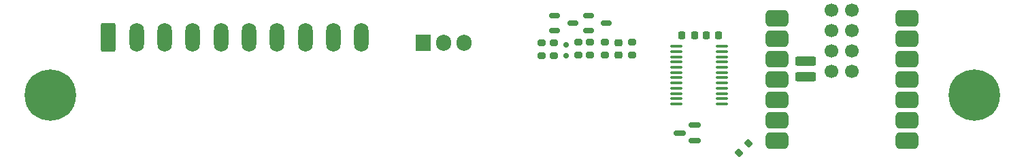
<source format=gbr>
%TF.GenerationSoftware,KiCad,Pcbnew,8.0.1*%
%TF.CreationDate,2025-01-20T12:05:53-05:00*%
%TF.ProjectId,200280,32303032-3830-42e6-9b69-6361645f7063,rev?*%
%TF.SameCoordinates,PX3473bc0PY5f5e100*%
%TF.FileFunction,Soldermask,Top*%
%TF.FilePolarity,Negative*%
%FSLAX46Y46*%
G04 Gerber Fmt 4.6, Leading zero omitted, Abs format (unit mm)*
G04 Created by KiCad (PCBNEW 8.0.1) date 2025-01-20 12:05:53*
%MOMM*%
%LPD*%
G01*
G04 APERTURE LIST*
G04 Aperture macros list*
%AMRoundRect*
0 Rectangle with rounded corners*
0 $1 Rounding radius*
0 $2 $3 $4 $5 $6 $7 $8 $9 X,Y pos of 4 corners*
0 Add a 4 corners polygon primitive as box body*
4,1,4,$2,$3,$4,$5,$6,$7,$8,$9,$2,$3,0*
0 Add four circle primitives for the rounded corners*
1,1,$1+$1,$2,$3*
1,1,$1+$1,$4,$5*
1,1,$1+$1,$6,$7*
1,1,$1+$1,$8,$9*
0 Add four rect primitives between the rounded corners*
20,1,$1+$1,$2,$3,$4,$5,0*
20,1,$1+$1,$4,$5,$6,$7,0*
20,1,$1+$1,$6,$7,$8,$9,0*
20,1,$1+$1,$8,$9,$2,$3,0*%
G04 Aperture macros list end*
%ADD10RoundRect,0.200000X-0.053033X0.335876X-0.335876X0.053033X0.053033X-0.335876X0.335876X-0.053033X0*%
%ADD11RoundRect,0.225000X-0.250000X0.225000X-0.250000X-0.225000X0.250000X-0.225000X0.250000X0.225000X0*%
%ADD12RoundRect,0.250000X-0.650000X-1.550000X0.650000X-1.550000X0.650000X1.550000X-0.650000X1.550000X0*%
%ADD13O,1.800000X3.600000*%
%ADD14RoundRect,0.200000X-0.275000X0.200000X-0.275000X-0.200000X0.275000X-0.200000X0.275000X0.200000X0*%
%ADD15RoundRect,0.200000X0.275000X-0.200000X0.275000X0.200000X-0.275000X0.200000X-0.275000X-0.200000X0*%
%ADD16RoundRect,0.150000X-0.512500X-0.150000X0.512500X-0.150000X0.512500X0.150000X-0.512500X0.150000X0*%
%ADD17RoundRect,0.150000X0.587500X0.150000X-0.587500X0.150000X-0.587500X-0.150000X0.587500X-0.150000X0*%
%ADD18RoundRect,0.100000X-0.637500X-0.100000X0.637500X-0.100000X0.637500X0.100000X-0.637500X0.100000X0*%
%ADD19RoundRect,0.225000X0.225000X0.250000X-0.225000X0.250000X-0.225000X-0.250000X0.225000X-0.250000X0*%
%ADD20C,6.400000*%
%ADD21RoundRect,0.525400X-0.900400X-0.525400X0.900400X-0.525400X0.900400X0.525400X-0.900400X0.525400X0*%
%ADD22RoundRect,0.300400X1.000400X0.300400X-1.000400X0.300400X-1.000400X-0.300400X1.000400X-0.300400X0*%
%ADD23C,1.700000*%
%ADD24RoundRect,0.150000X0.200000X-0.150000X0.200000X0.150000X-0.200000X0.150000X-0.200000X-0.150000X0*%
%ADD25O,1.905000X2.000000*%
%ADD26R,1.905000X2.000000*%
G04 APERTURE END LIST*
D10*
%TO.C,R7*%
X91883363Y6483363D03*
X90716637Y5316637D03*
%TD*%
D11*
%TO.C,C1*%
X75700000Y19075000D03*
X75700000Y17525000D03*
%TD*%
D12*
%TO.C,J1*%
X12250000Y19750000D03*
D13*
X15750000Y19750000D03*
X19250000Y19750000D03*
X22750000Y19750000D03*
X26250000Y19750000D03*
X29750000Y19750000D03*
X33250000Y19750000D03*
X36750000Y19750000D03*
X40250000Y19750000D03*
X43750000Y19750000D03*
%TD*%
D14*
%TO.C,R6*%
X67700000Y19075000D03*
X67700000Y17425000D03*
%TD*%
D15*
%TO.C,R5*%
X66137500Y17425000D03*
X66137500Y19075000D03*
%TD*%
%TO.C,R4*%
X77400000Y17475000D03*
X77400000Y19125000D03*
%TD*%
D14*
%TO.C,R3*%
X74000000Y19125000D03*
X74000000Y17475000D03*
%TD*%
%TO.C,R2*%
X72200000Y19125000D03*
X72200000Y17475000D03*
%TD*%
%TO.C,R1*%
X70700000Y19125000D03*
X70700000Y17475000D03*
%TD*%
D16*
%TO.C,Q4*%
X70037500Y21500000D03*
X67762500Y20550000D03*
X67762500Y22450000D03*
%TD*%
D17*
%TO.C,Q2*%
X83362500Y7800000D03*
X85237500Y8750000D03*
X85237500Y6850000D03*
%TD*%
D16*
%TO.C,Q1*%
X74237500Y21500000D03*
X71962500Y20550000D03*
X71962500Y22450000D03*
%TD*%
D18*
%TO.C,U1*%
X82912500Y18575000D03*
X82912500Y17925000D03*
X82912500Y17275000D03*
X82912500Y16625000D03*
X82912500Y15975000D03*
X82912500Y15325000D03*
X82912500Y14675000D03*
X82912500Y14025000D03*
X82912500Y13375000D03*
X82912500Y12725000D03*
X82912500Y12075000D03*
X82912500Y11425000D03*
X88637500Y11425000D03*
X88637500Y12075000D03*
X88637500Y12725000D03*
X88637500Y13375000D03*
X88637500Y14025000D03*
X88637500Y14675000D03*
X88637500Y15325000D03*
X88637500Y15975000D03*
X88637500Y16625000D03*
X88637500Y17275000D03*
X88637500Y17925000D03*
X88637500Y18575000D03*
%TD*%
D19*
%TO.C,C2*%
X88175000Y20000000D03*
X86625000Y20000000D03*
%TD*%
D20*
%TO.C,H1*%
X5000000Y12500000D03*
%TD*%
D21*
%TO.C,U2*%
X95438636Y22073000D03*
X95438636Y19533000D03*
X95438636Y16993000D03*
X95438636Y14453000D03*
X95438636Y11913000D03*
X95438636Y9373000D03*
X95438636Y6833000D03*
X111603636Y6833000D03*
X111603636Y9373000D03*
X111603636Y11913000D03*
X111603636Y14453000D03*
X111603636Y16993000D03*
X111603636Y19533000D03*
X111603636Y22073000D03*
D22*
X99048636Y14835000D03*
X99048636Y16740000D03*
D23*
X102223636Y23085000D03*
X104763636Y23085000D03*
X102223636Y20545000D03*
X104763636Y20545000D03*
X102223636Y18005000D03*
X104763636Y18005000D03*
X102223636Y15465000D03*
X104763636Y15465000D03*
%TD*%
D19*
%TO.C,C3*%
X85175000Y20000000D03*
X83625000Y20000000D03*
%TD*%
D24*
%TO.C,D1*%
X69200000Y18800000D03*
X69200000Y17400000D03*
%TD*%
D25*
%TO.C,U3*%
X56540000Y19000000D03*
X54000000Y19000000D03*
D26*
X51460000Y19000000D03*
%TD*%
D20*
%TO.C,H4*%
X120000000Y12500000D03*
%TD*%
M02*

</source>
